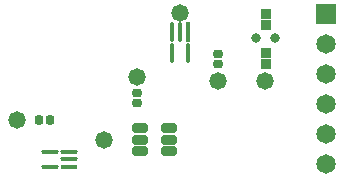
<source format=gts>
G04*
G04 #@! TF.GenerationSoftware,Altium Limited,Altium Designer,23.10.1 (27)*
G04*
G04 Layer_Color=8388736*
%FSLAX44Y44*%
%MOMM*%
G71*
G04*
G04 #@! TF.SameCoordinates,C98114AB-1D72-469A-8513-8E5B1E3D2C2F*
G04*
G04*
G04 #@! TF.FilePolarity,Negative*
G04*
G01*
G75*
%ADD14R,1.4640X0.3758*%
G04:AMPARAMS|DCode=15|XSize=1.464mm|YSize=0.3758mm|CornerRadius=0.1879mm|HoleSize=0mm|Usage=FLASHONLY|Rotation=180.000|XOffset=0mm|YOffset=0mm|HoleType=Round|Shape=RoundedRectangle|*
%AMROUNDEDRECTD15*
21,1,1.4640,0.0000,0,0,180.0*
21,1,1.0881,0.3758,0,0,180.0*
1,1,0.3758,-0.5441,0.0000*
1,1,0.3758,0.5441,0.0000*
1,1,0.3758,0.5441,0.0000*
1,1,0.3758,-0.5441,0.0000*
%
%ADD15ROUNDEDRECTD15*%
G04:AMPARAMS|DCode=18|XSize=1.6771mm|YSize=0.4158mm|CornerRadius=0.2079mm|HoleSize=0mm|Usage=FLASHONLY|Rotation=270.000|XOffset=0mm|YOffset=0mm|HoleType=Round|Shape=RoundedRectangle|*
%AMROUNDEDRECTD18*
21,1,1.6771,0.0000,0,0,270.0*
21,1,1.2613,0.4158,0,0,270.0*
1,1,0.4158,0.0000,-0.6306*
1,1,0.4158,0.0000,0.6306*
1,1,0.4158,0.0000,0.6306*
1,1,0.4158,0.0000,-0.6306*
%
%ADD18ROUNDEDRECTD18*%
%ADD19R,0.4158X1.6771*%
%ADD22R,0.8532X0.9032*%
G04:AMPARAMS|DCode=23|XSize=1.4132mm|YSize=0.7832mm|CornerRadius=0.1741mm|HoleSize=0mm|Usage=FLASHONLY|Rotation=0.000|XOffset=0mm|YOffset=0mm|HoleType=Round|Shape=RoundedRectangle|*
%AMROUNDEDRECTD23*
21,1,1.4132,0.4350,0,0,0.0*
21,1,1.0650,0.7832,0,0,0.0*
1,1,0.3482,0.5325,-0.2175*
1,1,0.3482,-0.5325,-0.2175*
1,1,0.3482,-0.5325,0.2175*
1,1,0.3482,0.5325,0.2175*
%
%ADD23ROUNDEDRECTD23*%
G04:AMPARAMS|DCode=24|XSize=0.8032mm|YSize=0.7432mm|CornerRadius=0.2447mm|HoleSize=0mm|Usage=FLASHONLY|Rotation=0.000|XOffset=0mm|YOffset=0mm|HoleType=Round|Shape=RoundedRectangle|*
%AMROUNDEDRECTD24*
21,1,0.8032,0.2538,0,0,0.0*
21,1,0.3138,0.7432,0,0,0.0*
1,1,0.4894,0.1569,-0.1269*
1,1,0.4894,-0.1569,-0.1269*
1,1,0.4894,-0.1569,0.1269*
1,1,0.4894,0.1569,0.1269*
%
%ADD24ROUNDEDRECTD24*%
G04:AMPARAMS|DCode=25|XSize=0.8032mm|YSize=0.7432mm|CornerRadius=0.2447mm|HoleSize=0mm|Usage=FLASHONLY|Rotation=270.000|XOffset=0mm|YOffset=0mm|HoleType=Round|Shape=RoundedRectangle|*
%AMROUNDEDRECTD25*
21,1,0.8032,0.2538,0,0,270.0*
21,1,0.3138,0.7432,0,0,270.0*
1,1,0.4894,-0.1269,-0.1569*
1,1,0.4894,-0.1269,0.1569*
1,1,0.4894,0.1269,0.1569*
1,1,0.4894,0.1269,-0.1569*
%
%ADD25ROUNDEDRECTD25*%
%ADD26C,1.6532*%
%ADD27R,1.6532X1.6532*%
%ADD28C,1.4732*%
%ADD29C,0.8382*%
D14*
X64662Y32720D02*
D03*
D15*
Y39220D02*
D03*
Y45720D02*
D03*
X48260D02*
D03*
Y32720D02*
D03*
D18*
X165100Y129049D02*
D03*
X152100D02*
D03*
Y147320D02*
D03*
X158600D02*
D03*
D19*
X165100D02*
D03*
D22*
X231140Y162230D02*
D03*
Y152730D02*
D03*
Y119710D02*
D03*
Y129210D02*
D03*
D23*
X124610Y65380D02*
D03*
Y55880D02*
D03*
Y46380D02*
D03*
X149710Y65380D02*
D03*
Y55880D02*
D03*
Y46380D02*
D03*
D24*
X190500Y128760D02*
D03*
Y120160D02*
D03*
X121920Y86886D02*
D03*
Y95486D02*
D03*
D25*
X48242Y72390D02*
D03*
X39642D02*
D03*
D26*
X281940Y137160D02*
D03*
Y111760D02*
D03*
Y86360D02*
D03*
Y60960D02*
D03*
Y35560D02*
D03*
D27*
Y162560D02*
D03*
D28*
X158600Y163472D02*
D03*
X121920Y108966D02*
D03*
X93980Y55880D02*
D03*
X20574Y72644D02*
D03*
X230886Y105410D02*
D03*
X190500D02*
D03*
D29*
X222758Y141986D02*
D03*
X239522Y142240D02*
D03*
M02*

</source>
